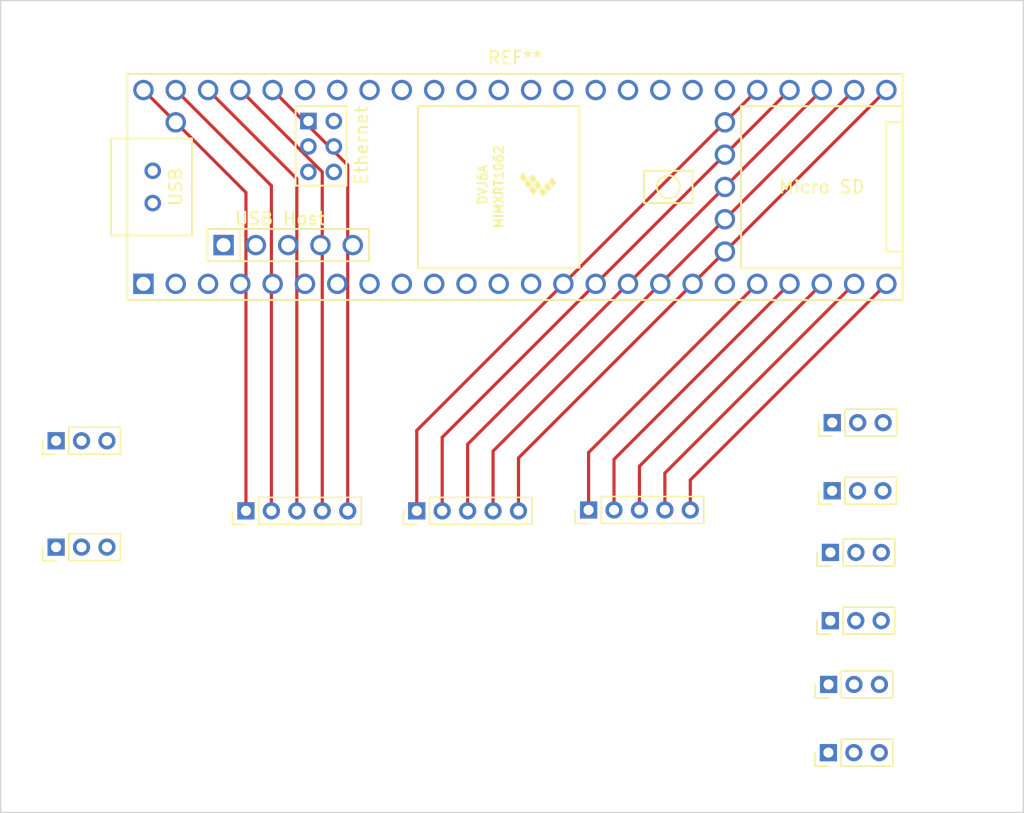
<source format=kicad_pcb>
(kicad_pcb (version 20221018) (generator pcbnew)
  (layers (0 "F.Cu" signal) (31 "B.Cu" signal) (34 "B.Paste" user) (35 "F.Paste" user) (36 "B.SilkS" user "B.Silkscreen") (37 "F.SilkS" user "F.Silkscreen") (38 "B.Mask" user) (39 "F.Mask" user) (44 "Edge.Cuts" user))
  (net 0 "")
  (footprint "Connector_PinHeader_2.00mm:PinHeader_1x03_P2.00mm_Vertical" (layer "F.Cu") (at 43.91 76 90)
    (fp_text reference " " (at 0 -2.06 90) (layer "F.SilkS"))
    (fp_text value " ")
    (fp_line (start -1.06 -1.06) (end 0 -1.06) (stroke (width 0.12)) (layer "F.SilkS"))
    (fp_line (start -1.06 0) (end -1.06 -1.06) (stroke (width 0.12)) (layer "F.SilkS"))
    (fp_line (start -1.06 1) (end -1.06 5.06) (stroke (width 0.12)) (layer "F.SilkS"))
    (fp_line (start -1.06 1) (end 1.06 1) (stroke (width 0.12)) (layer "F.SilkS"))
    (fp_line (start -1.06 5.06) (end 1.06 5.06) (stroke (width 0.12)) (layer "F.SilkS"))
    (fp_line (start 1.06 1) (end 1.06 5.06) (stroke (width 0.12)) (layer "F.SilkS"))
    (pad "1" thru_hole rect (at 0 0 90) (size 1.35 1.35) (drill 0.8) (layers "*.Cu" "*.Mask"))
    (pad "2" thru_hole oval (at 0 2 90) (size 1.35 1.35) (drill 0.8) (layers "*.Cu" "*.Mask"))
    (pad "3" thru_hole oval (at 0 4 90) (size 1.35 1.35) (drill 0.8) (layers "*.Cu" "*.Mask"))
  )
  (footprint "Connector_PinHeader_2.00mm:PinHeader_1x05_P2.00mm_Vertical" (layer "F.Cu") (at 58.84 73.15 90)
    (fp_text reference " " (at 0 -2.06 90) (layer "F.SilkS"))
    (fp_text value " ")
    (fp_line (start -1.06 -1.06) (end 0 -1.06) (stroke (width 0.12)) (layer "F.SilkS"))
    (fp_line (start -1.06 0) (end -1.06 -1.06) (stroke (width 0.12)) (layer "F.SilkS"))
    (fp_line (start -1.06 1) (end -1.06 9.06) (stroke (width 0.12)) (layer "F.SilkS"))
    (fp_line (start -1.06 1) (end 1.06 1) (stroke (width 0.12)) (layer "F.SilkS"))
    (fp_line (start -1.06 9.06) (end 1.06 9.06) (stroke (width 0.12)) (layer "F.SilkS"))
    (fp_line (start 1.06 1) (end 1.06 9.06) (stroke (width 0.12)) (layer "F.SilkS"))
    (pad "1" thru_hole rect (at 0 0 90) (size 1.35 1.35) (drill 0.8) (layers "*.Cu" "*.Mask"))
    (pad "2" thru_hole oval (at 0 2 90) (size 1.35 1.35) (drill 0.8) (layers "*.Cu" "*.Mask"))
    (pad "3" thru_hole oval (at 0 4 90) (size 1.35 1.35) (drill 0.8) (layers "*.Cu" "*.Mask"))
    (pad "4" thru_hole oval (at 0 6 90) (size 1.35 1.35) (drill 0.8) (layers "*.Cu" "*.Mask"))
    (pad "5" thru_hole oval (at 0 8 90) (size 1.35 1.35) (drill 0.8) (layers "*.Cu" "*.Mask"))
  )
  (footprint "teensy.pretty-master:Teensy41" (layer "F.Cu") (at 79.99 47.68)
    (fp_text reference "REF**" (at 0 -10.16) (layer "F.SilkS"))
    (fp_text value "Teensy 4.1")
    (fp_text user "Ethernet" (at -12.065 -3.2766 90) (layer "F.SilkS"))
    (fp_text user "USB" (at -26.67 0 270) (layer "F.SilkS"))
    (fp_text user "USB Host" (at -18.4658 2.4892) (layer "F.SilkS"))
    (fp_text user "DVJ6A" (at -2.54 -0.18 -90) (layer "F.SilkS") (effects (font (size 0.7 0.7))))
    (fp_text user "Micro SD" (at 24.13 0) (layer "F.SilkS"))
    (fp_text user "MIMXRT1062" (at -1.27 0 -90) (layer "F.SilkS") (effects (font (size 0.7 0.7))))
    (fp_line (start -31.75 -3.81) (end -30.48 -3.81) (stroke (width 0.15)) (layer "F.SilkS"))
    (fp_line (start -31.75 3.81) (end -31.75 -3.81) (stroke (width 0.15)) (layer "F.SilkS"))
    (fp_line (start -30.48 -8.89) (end 30.48 -8.89) (stroke (width 0.15)) (layer "F.SilkS"))
    (fp_line (start -30.48 3.81) (end -31.75 3.81) (stroke (width 0.15)) (layer "F.SilkS"))
    (fp_line (start -30.48 8.89) (end -30.48 -8.89) (stroke (width 0.15)) (layer "F.SilkS"))
    (fp_line (start -25.4 -3.81) (end -30.48 -3.81) (stroke (width 0.15)) (layer "F.SilkS"))
    (fp_line (start -25.4 3.81) (end -30.48 3.81) (stroke (width 0.15)) (layer "F.SilkS"))
    (fp_line (start -25.4 3.81) (end -25.4 -3.81) (stroke (width 0.15)) (layer "F.SilkS"))
    (fp_line (start -24.1808 3.2992) (end -21.6408 3.2992) (stroke (width 0.15)) (layer "F.SilkS"))
    (fp_line (start -24.1808 3.2992) (end -11.4808 3.2992) (stroke (width 0.15)) (layer "F.SilkS"))
    (fp_line (start -24.1808 5.8392) (end -24.1808 3.2992) (stroke (width 0.15)) (layer "F.SilkS"))
    (fp_line (start -21.6408 3.2992) (end -21.6408 5.8392) (stroke (width 0.15)) (layer "F.SilkS"))
    (fp_line (start -17.25 -6.3516) (end -17.25 -6.1016) (stroke (width 0.15)) (layer "F.SilkS"))
    (fp_line (start -17.25 -6.1016) (end -17.25 -0.1016) (stroke (width 0.15)) (layer "F.SilkS"))
    (fp_line (start -17.25 -0.1016) (end -13.25 -0.1016) (stroke (width 0.15)) (layer "F.SilkS"))
    (fp_line (start -13.25 -6.3516) (end -17.25 -6.3516) (stroke (width 0.15)) (layer "F.SilkS"))
    (fp_line (start -13.25 -0.1016) (end -13.25 -6.3516) (stroke (width 0.15)) (layer "F.SilkS"))
    (fp_line (start -11.4808 3.2992) (end -11.4808 5.8392) (stroke (width 0.15)) (layer "F.SilkS"))
    (fp_line (start -11.4808 5.8392) (end -24.1808 5.8392) (stroke (width 0.15)) (layer "F.SilkS"))
    (fp_line (start -7.62 -6.35) (end -7.62 6.35) (stroke (width 0.15)) (layer "F.SilkS"))
    (fp_line (start -7.62 6.35) (end 5.08 6.35) (stroke (width 0.15)) (layer "F.SilkS"))
    (fp_line (start 5.08 -6.35) (end -7.62 -6.35) (stroke (width 0.15)) (layer "F.SilkS"))
    (fp_line (start 5.08 6.35) (end 5.08 -6.35) (stroke (width 0.15)) (layer "F.SilkS"))
    (fp_line (start 10.16 -1.27) (end 13.97 -1.27) (stroke (width 0.15)) (layer "F.SilkS"))
    (fp_line (start 10.16 1.27) (end 10.16 -1.27) (stroke (width 0.15)) (layer "F.SilkS"))
    (fp_line (start 13.97 -1.27) (end 13.97 1.27) (stroke (width 0.15)) (layer "F.SilkS"))
    (fp_line (start 13.97 1.27) (end 10.16 1.27) (stroke (width 0.15)) (layer "F.SilkS"))
    (fp_line (start 17.78 -6.35) (end 17.78 6.35) (stroke (width 0.15)) (layer "F.SilkS"))
    (fp_line (start 17.78 6.35) (end 30.48 6.35) (stroke (width 0.15)) (layer "F.SilkS"))
    (fp_line (start 29.21 -5.08) (end 29.21 5.08) (stroke (width 0.15)) (layer "F.SilkS"))
    (fp_line (start 29.21 5.08) (end 30.48 5.08) (stroke (width 0.15)) (layer "F.SilkS"))
    (fp_line (start 30.48 -8.89) (end 30.48 8.89) (stroke (width 0.15)) (layer "F.SilkS"))
    (fp_line (start 30.48 -6.35) (end 17.78 -6.35) (stroke (width 0.15)) (layer "F.SilkS"))
    (fp_line (start 30.48 -5.08) (end 29.21 -5.08) (stroke (width 0.15)) (layer "F.SilkS"))
    (fp_line (start 30.48 8.89) (end -30.48 8.89) (stroke (width 0.15)) (layer "F.SilkS"))
    (fp_circle (center 12.065 0) (end 12.7 -0.635) (stroke (width 0.15)) (fill none) (layer "F.SilkS"))
    (fp_poly (pts (xy 0.911 -0.688) (xy 0.657 -0.434) (xy 0.403 -0.815) (xy 0.657 -1.069)) (stroke (width 0.1)) (fill solid) (layer "F.SilkS"))
    (fp_poly (pts (xy 1.292 -0.18) (xy 1.038 0.074) (xy 0.784 -0.307) (xy 1.038 -0.561)) (stroke (width 0.1)) (fill solid) (layer "F.SilkS"))
    (fp_poly (pts (xy 1.673 -0.561) (xy 1.419 -0.307) (xy 1.165 -0.688) (xy 1.419 -0.942)) (stroke (width 0.1)) (fill solid) (layer "F.SilkS"))
    (fp_poly (pts (xy 1.673 0.328) (xy 1.419 0.582) (xy 1.165 0.201) (xy 1.419 -0.053)) (stroke (width 0.1)) (fill solid) (layer "F.SilkS"))
    (fp_poly (pts (xy 2.054 -0.053) (xy 1.8 0.201) (xy 1.546 -0.18) (xy 1.8 -0.434)) (stroke (width 0.1)) (fill solid) (layer "F.SilkS"))
    (fp_poly (pts (xy 2.435 0.455) (xy 2.181 0.709) (xy 1.927 0.328) (xy 2.181 0.074)) (stroke (width 0.1)) (fill solid) (layer "F.SilkS"))
    (fp_poly (pts (xy 2.816 0.074) (xy 2.562 0.328) (xy 2.308 -0.053) (xy 2.562 -0.307)) (stroke (width 0.1)) (fill solid) (layer "F.SilkS"))
    (fp_poly (pts (xy 3.197 -0.307) (xy 2.943 -0.053) (xy 2.689 -0.434) (xy 2.943 -0.688)) (stroke (width 0.1)) (fill solid) (layer "F.SilkS"))
    (pad "1" thru_hole rect (at -29.21 7.62) (size 1.6 1.6) (drill 1.1) (layers "*.Cu" "*.Mask"))
    (pad "2" thru_hole circle (at -26.67 7.62) (size 1.6 1.6) (drill 1.1) (layers "*.Cu" "*.Mask"))
    (pad "3" thru_hole circle (at -24.13 7.62) (size 1.6 1.6) (drill 1.1) (layers "*.Cu" "*.Mask"))
    (pad "4" thru_hole circle (at -21.59 7.62) (size 1.6 1.6) (drill 1.1) (layers "*.Cu" "*.Mask"))
    (pad "5" thru_hole circle (at -19.05 7.62) (size 1.6 1.6) (drill 1.1) (layers "*.Cu" "*.Mask"))
    (pad "6" thru_hole circle (at -16.51 7.62) (size 1.6 1.6) (drill 1.1) (layers "*.Cu" "*.Mask"))
    (pad "7" thru_hole circle (at -13.97 7.62) (size 1.6 1.6) (drill 1.1) (layers "*.Cu" "*.Mask"))
    (pad "8" thru_hole circle (at -11.43 7.62) (size 1.6 1.6) (drill 1.1) (layers "*.Cu" "*.Mask"))
    (pad "9" thru_hole circle (at -8.89 7.62) (size 1.6 1.6) (drill 1.1) (layers "*.Cu" "*.Mask"))
    (pad "10" thru_hole circle (at -6.35 7.62) (size 1.6 1.6) (drill 1.1) (layers "*.Cu" "*.Mask"))
    (pad "11" thru_hole circle (at -3.81 7.62) (size 1.6 1.6) (drill 1.1) (layers "*.Cu" "*.Mask"))
    (pad "12" thru_hole circle (at -1.27 7.62) (size 1.6 1.6) (drill 1.1) (layers "*.Cu" "*.Mask"))
    (pad "13" thru_hole circle (at 1.27 7.62) (size 1.6 1.6) (drill 1.1) (layers "*.Cu" "*.Mask"))
    (pad "14" thru_hole circle (at 3.81 7.62) (size 1.6 1.6) (drill 1.1) (layers "*.Cu" "*.Mask"))
    (pad "15" thru_hole circle (at 6.35 7.62) (size 1.6 1.6) (drill 1.1) (layers "*.Cu" "*.Mask"))
    (pad "16" thru_hole circle (at 8.89 7.62) (size 1.6 1.6) (drill 1.1) (layers "*.Cu" "*.Mask"))
    (pad "17" thru_hole circle (at 11.43 7.62) (size 1.6 1.6) (drill 1.1) (layers "*.Cu" "*.Mask"))
    (pad "18" thru_hole circle (at 13.97 7.62) (size 1.6 1.6) (drill 1.1) (layers "*.Cu" "*.Mask"))
    (pad "19" thru_hole circle (at 16.51 7.62) (size 1.6 1.6) (drill 1.1) (layers "*.Cu" "*.Mask"))
    (pad "20" thru_hole circle (at 19.05 7.62) (size 1.6 1.6) (drill 1.1) (layers "*.Cu" "*.Mask"))
    (pad "21" thru_hole circle (at 21.59 7.62) (size 1.6 1.6) (drill 1.1) (layers "*.Cu" "*.Mask"))
    (pad "22" thru_hole circle (at 24.13 7.62) (size 1.6 1.6) (drill 1.1) (layers "*.Cu" "*.Mask"))
    (pad "23" thru_hole circle (at 26.67 7.62) (size 1.6 1.6) (drill 1.1) (layers "*.Cu" "*.Mask"))
    (pad "24" thru_hole circle (at 29.21 7.62) (size 1.6 1.6) (drill 1.1) (layers "*.Cu" "*.Mask"))
    (pad "25" thru_hole circle (at 29.21 -7.62) (size 1.6 1.6) (drill 1.1) (layers "*.Cu" "*.Mask"))
    (pad "26" thru_hole circle (at 26.67 -7.62) (size 1.6 1.6) (drill 1.1) (layers "*.Cu" "*.Mask"))
    (pad "27" thru_hole circle (at 24.13 -7.62) (size 1.6 1.6) (drill 1.1) (layers "*.Cu" "*.Mask"))
    (pad "28" thru_hole circle (at 21.59 -7.62) (size 1.6 1.6) (drill 1.1) (layers "*.Cu" "*.Mask"))
    (pad "29" thru_hole circle (at 19.05 -7.62) (size 1.6 1.6) (drill 1.1) (layers "*.Cu" "*.Mask"))
    (pad "30" thru_hole circle (at 16.51 -7.62) (size 1.6 1.6) (drill 1.1) (layers "*.Cu" "*.Mask"))
    (pad "31" thru_hole circle (at 13.97 -7.62) (size 1.6 1.6) (drill 1.1) (layers "*.Cu" "*.Mask"))
    (pad "32" thru_hole circle (at 11.43 -7.62) (size 1.6 1.6) (drill 1.1) (layers "*.Cu" "*.Mask"))
    (pad "33" thru_hole circle (at 8.89 -7.62) (size 1.6 1.6) (drill 1.1) (layers "*.Cu" "*.Mask"))
    (pad "34" thru_hole circle (at 6.35 -7.62) (size 1.6 1.6) (drill 1.1) (layers "*.Cu" "*.Mask"))
    (pad "35" thru_hole circle (at 3.81 -7.62) (size 1.6 1.6) (drill 1.1) (layers "*.Cu" "*.Mask"))
    (pad "36" thru_hole circle (at 1.27 -7.62) (size 1.6 1.6) (drill 1.1) (layers "*.Cu" "*.Mask"))
    (pad "37" thru_hole circle (at -1.27 -7.62) (size 1.6 1.6) (drill 1.1) (layers "*.Cu" "*.Mask"))
    (pad "38" thru_hole circle (at -3.81 -7.62) (size 1.6 1.6) (drill 1.1) (layers "*.Cu" "*.Mask"))
    (pad "39" thru_hole circle (at -6.35 -7.62) (size 1.6 1.6) (drill 1.1) (layers "*.Cu" "*.Mask"))
    (pad "40" thru_hole circle (at -8.89 -7.62) (size 1.6 1.6) (drill 1.1) (layers "*.Cu" "*.Mask"))
    (pad "41" thru_hole circle (at -11.43 -7.62) (size 1.6 1.6) (drill 1.1) (layers "*.Cu" "*.Mask"))
    (pad "42" thru_hole circle (at -13.97 -7.62) (size 1.6 1.6) (drill 1.1) (layers "*.Cu" "*.Mask"))
    (pad "43" thru_hole circle (at -16.51 -7.62) (size 1.6 1.6) (drill 1.1) (layers "*.Cu" "*.Mask"))
    (pad "44" thru_hole circle (at -19.05 -7.62) (size 1.6 1.6) (drill 1.1) (layers "*.Cu" "*.Mask"))
    (pad "45" thru_hole circle (at -21.59 -7.62) (size 1.6 1.6) (drill 1.1) (layers "*.Cu" "*.Mask"))
    (pad "46" thru_hole circle (at -24.13 -7.62) (size 1.6 1.6) (drill 1.1) (layers "*.Cu" "*.Mask"))
    (pad "47" thru_hole circle (at -26.67 -7.62) (size 1.6 1.6) (drill 1.1) (layers "*.Cu" "*.Mask"))
    (pad "48" thru_hole circle (at -29.21 -7.62) (size 1.6 1.6) (drill 1.1) (layers "*.Cu" "*.Mask"))
    (pad "49" thru_hole circle (at -26.67 -5.08) (size 1.6 1.6) (drill 1.1) (layers "*.Cu" "*.Mask"))
    (pad "50" thru_hole circle (at 16.51 5.08) (size 1.6 1.6) (drill 1.1) (layers "*.Cu" "*.Mask"))
    (pad "51" thru_hole circle (at 16.51 2.54) (size 1.6 1.6) (drill 1.1) (layers "*.Cu" "*.Mask"))
    (pad "52" thru_hole circle (at 16.51 0) (size 1.6 1.6) (drill 1.1) (layers "*.Cu" "*.Mask"))
    (pad "53" thru_hole circle (at 16.51 -2.54) (size 1.6 1.6) (drill 1.1) (layers "*.Cu" "*.Mask"))
    (pad "54" thru_hole circle (at 16.51 -5.08) (size 1.6 1.6) (drill 1.1) (layers "*.Cu" "*.Mask"))
    (pad "55" thru_hole rect (at -22.9108 4.5692) (size 1.6 1.6) (drill 1.1) (layers "*.Cu" "*.Mask"))
    (pad "56" thru_hole circle (at -20.3708 4.5692) (size 1.6 1.6) (drill 1.1) (layers "*.Cu" "*.Mask"))
    (pad "57" thru_hole circle (at -17.8308 4.5692) (size 1.6 1.6) (drill 1.1) (layers "*.Cu" "*.Mask"))
    (pad "58" thru_hole circle (at -15.2908 4.5692) (size 1.6 1.6) (drill 1.1) (layers "*.Cu" "*.Mask"))
    (pad "59" thru_hole circle (at -12.7508 4.5692) (size 1.6 1.6) (drill 1.1) (layers "*.Cu" "*.Mask"))
    (pad "60" thru_hole rect (at -16.24 -5.1816) (size 1.3 1.3) (drill 0.8) (layers "*.Cu" "*.Mask"))
    (pad "61" thru_hole circle (at -16.24 -3.1816) (size 1.3 1.3) (drill 0.8) (layers "*.Cu" "*.Mask"))
    (pad "62" thru_hole circle (at -16.24 -1.1816) (size 1.3 1.3) (drill 0.8) (layers "*.Cu" "*.Mask"))
    (pad "63" thru_hole circle (at -14.24 -1.1816) (size 1.3 1.3) (drill 0.8) (layers "*.Cu" "*.Mask"))
    (pad "64" thru_hole circle (at -14.24 -3.1816) (size 1.3 1.3) (drill 0.8) (layers "*.Cu" "*.Mask"))
    (pad "65" thru_hole circle (at -14.24 -5.1816) (size 1.3 1.3) (drill 0.8) (layers "*.Cu" "*.Mask"))
    (pad "66" thru_hole circle (at -28.48 -1.27) (size 1.3 1.3) (drill 0.8) (layers "*.Cu" "*.Mask"))
    (pad "67" thru_hole circle (at -28.48 1.27) (size 1.3 1.3) (drill 0.8) (layers "*.Cu" "*.Mask"))
  )
  (footprint "Connector_PinHeader_2.00mm:PinHeader_1x03_P2.00mm_Vertical" (layer "F.Cu") (at 104.8 76.42 90)
    (fp_text reference " " (at 0 -2.06 90) (layer "F.SilkS"))
    (fp_text value " ")
    (fp_line (start -1.06 -1.06) (end 0 -1.06) (stroke (width 0.12)) (layer "F.SilkS"))
    (fp_line (start -1.06 0) (end -1.06 -1.06) (stroke (width 0.12)) (layer "F.SilkS"))
    (fp_line (start -1.06 1) (end -1.06 5.06) (stroke (width 0.12)) (layer "F.SilkS"))
    (fp_line (start -1.06 1) (end 1.06 1) (stroke (width 0.12)) (layer "F.SilkS"))
    (fp_line (start -1.06 5.06) (end 1.06 5.06) (stroke (width 0.12)) (layer "F.SilkS"))
    (fp_line (start 1.06 1) (end 1.06 5.06) (stroke (width 0.12)) (layer "F.SilkS"))
    (pad "1" thru_hole rect (at 0 0 90) (size 1.35 1.35) (drill 0.8) (layers "*.Cu" "*.Mask"))
    (pad "2" thru_hole oval (at 0 2 90) (size 1.35 1.35) (drill 0.8) (layers "*.Cu" "*.Mask"))
    (pad "3" thru_hole oval (at 0 4 90) (size 1.35 1.35) (drill 0.8) (layers "*.Cu" "*.Mask"))
  )
  (footprint "Connector_PinHeader_2.00mm:PinHeader_1x03_P2.00mm_Vertical" (layer "F.Cu") (at 104.64 92.16 90)
    (fp_text reference " " (at 0 -2.06 90) (layer "F.SilkS"))
    (fp_text value " ")
    (fp_line (start -1.06 -1.06) (end 0 -1.06) (stroke (width 0.12)) (layer "F.SilkS"))
    (fp_line (start -1.06 0) (end -1.06 -1.06) (stroke (width 0.12)) (layer "F.SilkS"))
    (fp_line (start -1.06 1) (end -1.06 5.06) (stroke (width 0.12)) (layer "F.SilkS"))
    (fp_line (start -1.06 1) (end 1.06 1) (stroke (width 0.12)) (layer "F.SilkS"))
    (fp_line (start -1.06 5.06) (end 1.06 5.06) (stroke (width 0.12)) (layer "F.SilkS"))
    (fp_line (start 1.06 1) (end 1.06 5.06) (stroke (width 0.12)) (layer "F.SilkS"))
    (pad "1" thru_hole rect (at 0 0 90) (size 1.35 1.35) (drill 0.8) (layers "*.Cu" "*.Mask"))
    (pad "2" thru_hole oval (at 0 2 90) (size 1.35 1.35) (drill 0.8) (layers "*.Cu" "*.Mask"))
    (pad "3" thru_hole oval (at 0 4 90) (size 1.35 1.35) (drill 0.8) (layers "*.Cu" "*.Mask"))
  )
  (footprint "Connector_PinHeader_2.00mm:PinHeader_1x03_P2.00mm_Vertical" (layer "F.Cu") (at 43.91 67.64 90)
    (fp_text reference " " (at 0 -2.06 90) (layer "F.SilkS"))
    (fp_text value " ")
    (fp_line (start -1.06 -1.06) (end 0 -1.06) (stroke (width 0.12)) (layer "F.SilkS"))
    (fp_line (start -1.06 0) (end -1.06 -1.06) (stroke (width 0.12)) (layer "F.SilkS"))
    (fp_line (start -1.06 1) (end -1.06 5.06) (stroke (width 0.12)) (layer "F.SilkS"))
    (fp_line (start -1.06 1) (end 1.06 1) (stroke (width 0.12)) (layer "F.SilkS"))
    (fp_line (start -1.06 5.06) (end 1.06 5.06) (stroke (width 0.12)) (layer "F.SilkS"))
    (fp_line (start 1.06 1) (end 1.06 5.06) (stroke (width 0.12)) (layer "F.SilkS"))
    (pad "1" thru_hole rect (at 0 0 90) (size 1.35 1.35) (drill 0.8) (layers "*.Cu" "*.Mask"))
    (pad "2" thru_hole oval (at 0 2 90) (size 1.35 1.35) (drill 0.8) (layers "*.Cu" "*.Mask"))
    (pad "3" thru_hole oval (at 0 4 90) (size 1.35 1.35) (drill 0.8) (layers "*.Cu" "*.Mask"))
  )
  (footprint "Connector_PinHeader_2.00mm:PinHeader_1x03_P2.00mm_Vertical" (layer "F.Cu") (at 104.65 86.8 90)
    (fp_text reference " " (at 0 -2.06 90) (layer "F.SilkS"))
    (fp_text value " ")
    (fp_line (start -1.06 -1.06) (end 0 -1.06) (stroke (width 0.12)) (layer "F.SilkS"))
    (fp_line (start -1.06 0) (end -1.06 -1.06) (stroke (width 0.12)) (layer "F.SilkS"))
    (fp_line (start -1.06 1) (end -1.06 5.06) (stroke (width 0.12)) (layer "F.SilkS"))
    (fp_line (start -1.06 1) (end 1.06 1) (stroke (width 0.12)) (layer "F.SilkS"))
    (fp_line (start -1.06 5.06) (end 1.06 5.06) (stroke (width 0.12)) (layer "F.SilkS"))
    (fp_line (start 1.06 1) (end 1.06 5.06) (stroke (width 0.12)) (layer "F.SilkS"))
    (pad "1" thru_hole rect (at 0 0 90) (size 1.35 1.35) (drill 0.8) (layers "*.Cu" "*.Mask"))
    (pad "2" thru_hole oval (at 0 2 90) (size 1.35 1.35) (drill 0.8) (layers "*.Cu" "*.Mask"))
    (pad "3" thru_hole oval (at 0 4 90) (size 1.35 1.35) (drill 0.8) (layers "*.Cu" "*.Mask"))
  )
  (footprint "Connector_PinHeader_2.00mm:PinHeader_1x05_P2.00mm_Vertical" (layer "F.Cu") (at 85.78 73.08 90)
    (fp_text reference " " (at 0 -2.06 90) (layer "F.SilkS"))
    (fp_text value " ")
    (fp_line (start -1.06 -1.06) (end 0 -1.06) (stroke (width 0.12)) (layer "F.SilkS"))
    (fp_line (start -1.06 0) (end -1.06 -1.06) (stroke (width 0.12)) (layer "F.SilkS"))
    (fp_line (start -1.06 1) (end -1.06 9.06) (stroke (width 0.12)) (layer "F.SilkS"))
    (fp_line (start -1.06 1) (end 1.06 1) (stroke (width 0.12)) (layer "F.SilkS"))
    (fp_line (start -1.06 9.06) (end 1.06 9.06) (stroke (width 0.12)) (layer "F.SilkS"))
    (fp_line (start 1.06 1) (end 1.06 9.06) (stroke (width 0.12)) (layer "F.SilkS"))
    (pad "1" thru_hole rect (at 0 0 90) (size 1.35 1.35) (drill 0.8) (layers "*.Cu" "*.Mask"))
    (pad "2" thru_hole oval (at 0 2 90) (size 1.35 1.35) (drill 0.8) (layers "*.Cu" "*.Mask"))
    (pad "3" thru_hole oval (at 0 4 90) (size 1.35 1.35) (drill 0.8) (layers "*.Cu" "*.Mask"))
    (pad "4" thru_hole oval (at 0 6 90) (size 1.35 1.35) (drill 0.8) (layers "*.Cu" "*.Mask"))
    (pad "5" thru_hole oval (at 0 8 90) (size 1.35 1.35) (drill 0.8) (layers "*.Cu" "*.Mask"))
  )
  (footprint "Connector_PinHeader_2.00mm:PinHeader_1x03_P2.00mm_Vertical" (layer "F.Cu") (at 104.79 81.78 90)
    (fp_text reference " " (at 0 -2.06 90) (layer "F.SilkS"))
    (fp_text value " ")
    (fp_line (start -1.06 -1.06) (end 0 -1.06) (stroke (width 0.12)) (layer "F.SilkS"))
    (fp_line (start -1.06 0) (end -1.06 -1.06) (stroke (width 0.12)) (layer "F.SilkS"))
    (fp_line (start -1.06 1) (end -1.06 5.06) (stroke (width 0.12)) (layer "F.SilkS"))
    (fp_line (start -1.06 1) (end 1.06 1) (stroke (width 0.12)) (layer "F.SilkS"))
    (fp_line (start -1.06 5.06) (end 1.06 5.06) (stroke (width 0.12)) (layer "F.SilkS"))
    (fp_line (start 1.06 1) (end 1.06 5.06) (stroke (width 0.12)) (layer "F.SilkS"))
    (pad "1" thru_hole rect (at 0 0 90) (size 1.35 1.35) (drill 0.8) (layers "*.Cu" "*.Mask"))
    (pad "2" thru_hole oval (at 0 2 90) (size 1.35 1.35) (drill 0.8) (layers "*.Cu" "*.Mask"))
    (pad "3" thru_hole oval (at 0 4 90) (size 1.35 1.35) (drill 0.8) (layers "*.Cu" "*.Mask"))
  )
  (footprint "Connector_PinHeader_2.00mm:PinHeader_1x03_P2.00mm_Vertical" (layer "F.Cu") (at 104.93 71.57 90)
    (fp_text reference " " (at 0 -2.06 90) (layer "F.SilkS"))
    (fp_text value " ")
    (fp_line (start -1.06 -1.06) (end 0 -1.06) (stroke (width 0.12)) (layer "F.SilkS"))
    (fp_line (start -1.06 0) (end -1.06 -1.06) (stroke (width 0.12)) (layer "F.SilkS"))
    (fp_line (start -1.06 1) (end -1.06 5.06) (stroke (width 0.12)) (layer "F.SilkS"))
    (fp_line (start -1.06 1) (end 1.06 1) (stroke (width 0.12)) (layer "F.SilkS"))
    (fp_line (start -1.06 5.06) (end 1.06 5.06) (stroke (width 0.12)) (layer "F.SilkS"))
    (fp_line (start 1.06 1) (end 1.06 5.06) (stroke (width 0.12)) (layer "F.SilkS"))
    (pad "1" thru_hole rect (at 0 0 90) (size 1.35 1.35) (drill 0.8) (layers "*.Cu" "*.Mask"))
    (pad "2" thru_hole oval (at 0 2 90) (size 1.35 1.35) (drill 0.8) (layers "*.Cu" "*.Mask"))
    (pad "3" thru_hole oval (at 0 4 90) (size 1.35 1.35) (drill 0.8) (layers "*.Cu" "*.Mask"))
  )
  (footprint "Connector_PinHeader_2.00mm:PinHeader_1x03_P2.00mm_Vertical" (layer "F.Cu") (at 104.94 66.21 90)
    (fp_text reference " " (at 0 -2.06 90) (layer "F.SilkS"))
    (fp_text value " ")
    (fp_line (start -1.06 -1.06) (end 0 -1.06) (stroke (width 0.12)) (layer "F.SilkS"))
    (fp_line (start -1.06 0) (end -1.06 -1.06) (stroke (width 0.12)) (layer "F.SilkS"))
    (fp_line (start -1.06 1) (end -1.06 5.06) (stroke (width 0.12)) (layer "F.SilkS"))
    (fp_line (start -1.06 1) (end 1.06 1) (stroke (width 0.12)) (layer "F.SilkS"))
    (fp_line (start -1.06 5.06) (end 1.06 5.06) (stroke (width 0.12)) (layer "F.SilkS"))
    (fp_line (start 1.06 1) (end 1.06 5.06) (stroke (width 0.12)) (layer "F.SilkS"))
    (pad "1" thru_hole rect (at 0 0 90) (size 1.35 1.35) (drill 0.8) (layers "*.Cu" "*.Mask"))
    (pad "2" thru_hole oval (at 0 2 90) (size 1.35 1.35) (drill 0.8) (layers "*.Cu" "*.Mask"))
    (pad "3" thru_hole oval (at 0 4 90) (size 1.35 1.35) (drill 0.8) (layers "*.Cu" "*.Mask"))
  )
  (footprint "Connector_PinHeader_2.00mm:PinHeader_1x05_P2.00mm_Vertical" (layer "F.Cu") (at 72.27 73.15 90)
    (fp_text reference " " (at 0 -2.06 90) (layer "F.SilkS"))
    (fp_text value " ")
    (fp_line (start -1.06 -1.06) (end 0 -1.06) (stroke (width 0.12)) (layer "F.SilkS"))
    (fp_line (start -1.06 0) (end -1.06 -1.06) (stroke (width 0.12)) (layer "F.SilkS"))
    (fp_line (start -1.06 1) (end -1.06 9.06) (stroke (width 0.12)) (layer "F.SilkS"))
    (fp_line (start -1.06 1) (end 1.06 1) (stroke (width 0.12)) (layer "F.SilkS"))
    (fp_line (start -1.06 9.06) (end 1.06 9.06) (stroke (width 0.12)) (layer "F.SilkS"))
    (fp_line (start 1.06 1) (end 1.06 9.06) (stroke (width 0.12)) (layer "F.SilkS"))
    (pad "1" thru_hole rect (at 0 0 90) (size 1.35 1.35) (drill 0.8) (layers "*.Cu" "*.Mask"))
    (pad "2" thru_hole oval (at 0 2 90) (size 1.35 1.35) (drill 0.8) (layers "*.Cu" "*.Mask"))
    (pad "3" thru_hole oval (at 0 4 90) (size 1.35 1.35) (drill 0.8) (layers "*.Cu" "*.Mask"))
    (pad "4" thru_hole oval (at 0 6 90) (size 1.35 1.35) (drill 0.8) (layers "*.Cu" "*.Mask"))
    (pad "5" thru_hole oval (at 0 8 90) (size 1.35 1.35) (drill 0.8) (layers "*.Cu" "*.Mask"))
  )
  (gr_rect (start 39.55 33.03) (end 119.97 96.87) (stroke (width 0.1)) (fill none) (layer "Edge.Cuts"))
  (segment (start 60.84 73.15) (end 60.84 47.58) (width 0.25) (layer "F.Cu") (net 0))
  (segment (start 93.78 70.72) (end 109.2 55.3) (width 0.25) (layer "F.Cu") (net 0))
  (segment (start 78.27 68.45) (end 106.66 40.06) (width 0.25) (layer "F.Cu") (net 0))
  (segment (start 66.84 73.15) (end 66.84 45.96) (width 0.25) (layer "F.Cu") (net 0))
  (segment (start 66.84 45.96) (end 60.94 40.06) (width 0.25) (layer "F.Cu") (net 0))
  (segment (start 85.78 68.56) (end 99.04 55.3) (width 0.25) (layer "F.Cu") (net 0))
  (segment (start 87.78 73.08) (end 87.78 69.1) (width 0.25) (layer "F.Cu") (net 0))
  (segment (start 78.27 73.15) (end 78.27 68.45) (width 0.25) (layer "F.Cu") (net 0))
  (segment (start 76.27 67.91) (end 104.12 40.06) (width 0.25) (layer "F.Cu") (net 0))
  (segment (start 76.27 73.15) (end 76.27 67.91) (width 0.25) (layer "F.Cu") (net 0))
  (segment (start 89.78 69.64) (end 104.12 55.3) (width 0.25) (layer "F.Cu") (net 0))
  (segment (start 60.84 47.58) (end 53.32 40.06) (width 0.25) (layer "F.Cu") (net 0))
  (segment (start 87.78 69.1) (end 101.58 55.3) (width 0.25) (layer "F.Cu") (net 0))
  (segment (start 85.78 73.08) (end 85.78 68.56) (width 0.25) (layer "F.Cu") (net 0))
  (segment (start 64.84 46.5) (end 58.4 40.06) (width 0.25) (layer "F.Cu") (net 0))
  (segment (start 93.78 73.08) (end 93.78 70.72) (width 0.25) (layer "F.Cu") (net 0))
  (segment (start 80.27 73.15) (end 80.27 68.99) (width 0.25) (layer "F.Cu") (net 0))
  (segment (start 72.27 73.15) (end 72.27 66.83) (width 0.25) (layer "F.Cu") (net 0))
  (segment (start 89.78 73.08) (end 89.78 69.64) (width 0.25) (layer "F.Cu") (net 0))
  (segment (start 72.27 66.83) (end 99.04 40.06) (width 0.25) (layer "F.Cu") (net 0))
  (segment (start 62.84 73.15) (end 62.84 47.04) (width 0.25) (layer "F.Cu") (net 0))
  (segment (start 58.84 73.15) (end 58.84 48.12) (width 0.25) (layer "F.Cu") (net 0))
  (segment (start 80.27 68.99) (end 109.2 40.06) (width 0.25) (layer "F.Cu") (net 0))
  (segment (start 62.84 47.04) (end 55.86 40.06) (width 0.25) (layer "F.Cu") (net 0))
  (segment (start 91.78 70.18) (end 106.66 55.3) (width 0.25) (layer "F.Cu") (net 0))
  (segment (start 91.78 73.08) (end 91.78 70.18) (width 0.25) (layer "F.Cu") (net 0))
  (segment (start 64.84 73.15) (end 64.84 46.5) (width 0.25) (layer "F.Cu") (net 0))
  (segment (start 74.27 73.15) (end 74.27 67.37) (width 0.25) (layer "F.Cu") (net 0))
  (segment (start 58.84 48.12) (end 50.78 40.06) (width 0.25) (layer "F.Cu") (net 0))
  (segment (start 74.27 67.37) (end 101.58 40.06) (width 0.25) (layer "F.Cu") (net 0))
)
</source>
